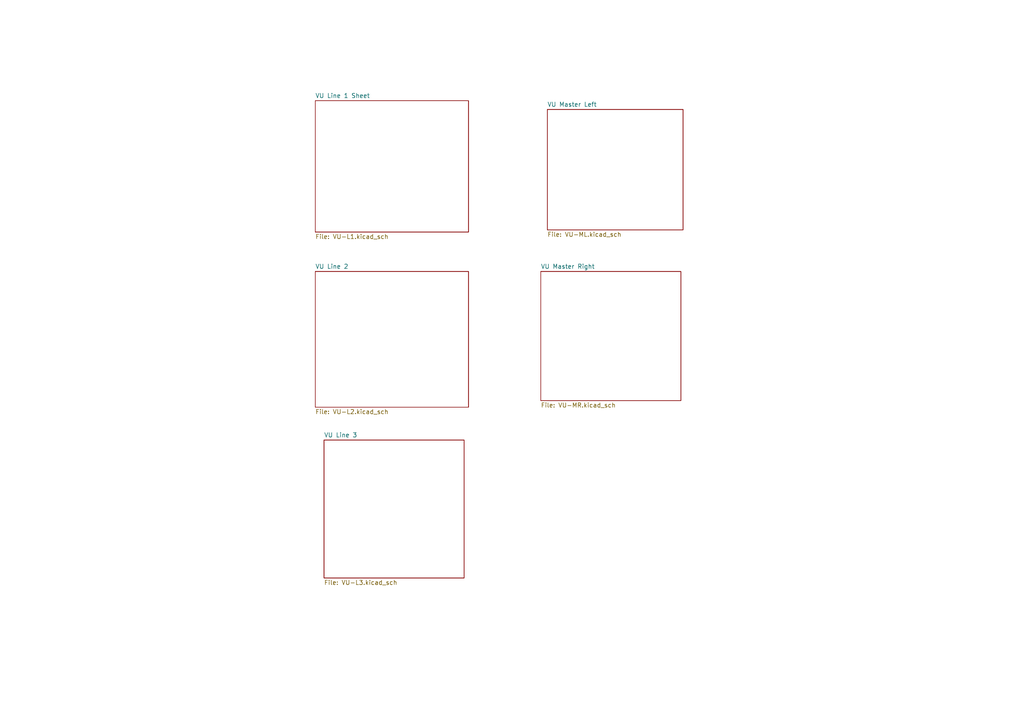
<source format=kicad_sch>
(kicad_sch (version 20210621) (generator eeschema)
  (paper "A4")
  (lib_symbols)
  (sheet (at 91.44 29.21) (size 44.45 38.1) (stroke (width 0.1524))
    (property "Sheet name" "VU Line 1 Sheet" (at 91.44 28.4984 0) (effects (justify left bottom)))
    (property "Sheet file" "VU-L1.kicad_sch" (at 91.44 67.8946 0) (effects (justify left top)))
  )
  (sheet (at 91.44 78.74) (size 44.45 39.37) (stroke (width 0.1524))
    (property "Sheet name" "VU Line 2" (at 91.44 78.0284 0) (effects (justify left bottom)))
    (property "Sheet file" "VU-L2.kicad_sch" (at 91.44 118.6946 0) (effects (justify left top)))
  )
  (sheet (at 93.98 127.635) (size 40.64 40.005) (stroke (width 0.1524))
    (property "Sheet name" "VU Line 3 " (at 93.98 126.9234 0) (effects (justify left bottom)))
    (property "Sheet file" "VU-L3.kicad_sch" (at 93.98 168.2246 0) (effects (justify left top)))
  )
  (sheet (at 158.75 31.75) (size 39.37 34.925) (stroke (width 0.1524))
    (property "Sheet name" "VU Master Left" (at 158.75 31.0384 0) (effects (justify left bottom)))
    (property "Sheet file" "VU-ML.kicad_sch" (at 158.75 67.2596 0) (effects (justify left top)))
  )
  (sheet (at 156.845 78.74) (size 40.64 37.465) (stroke (width 0.1524))
    (property "Sheet name" "VU Master Right" (at 156.845 78.0284 0) (effects (justify left bottom)))
    (property "Sheet file" "VU-MR.kicad_sch" (at 156.845 116.7896 0) (effects (justify left top)))
  )
)
</source>
